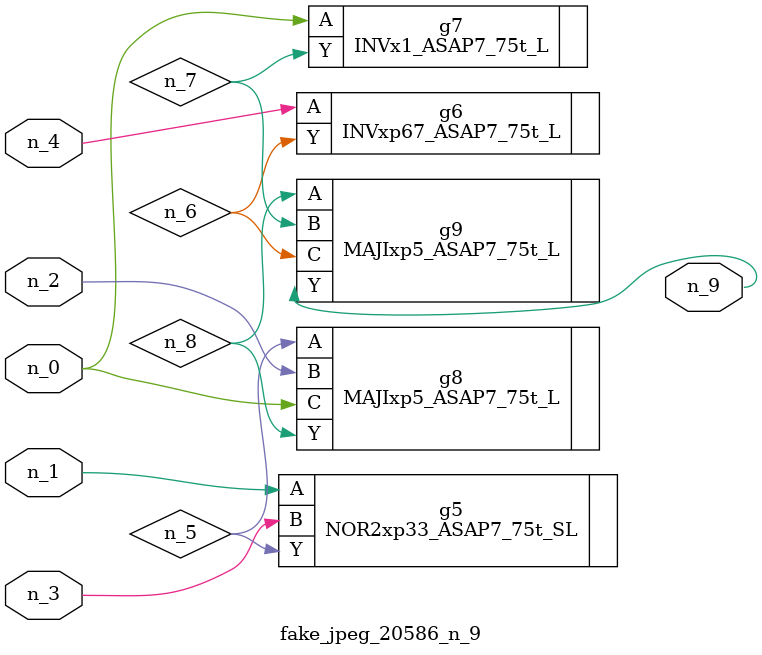
<source format=v>
module fake_jpeg_20586_n_9 (n_3, n_2, n_1, n_0, n_4, n_9);

input n_3;
input n_2;
input n_1;
input n_0;
input n_4;

output n_9;

wire n_8;
wire n_6;
wire n_5;
wire n_7;

NOR2xp33_ASAP7_75t_SL g5 ( 
.A(n_1),
.B(n_3),
.Y(n_5)
);

INVxp67_ASAP7_75t_L g6 ( 
.A(n_4),
.Y(n_6)
);

INVx1_ASAP7_75t_L g7 ( 
.A(n_0),
.Y(n_7)
);

MAJIxp5_ASAP7_75t_L g8 ( 
.A(n_5),
.B(n_2),
.C(n_0),
.Y(n_8)
);

MAJIxp5_ASAP7_75t_L g9 ( 
.A(n_8),
.B(n_7),
.C(n_6),
.Y(n_9)
);


endmodule
</source>
